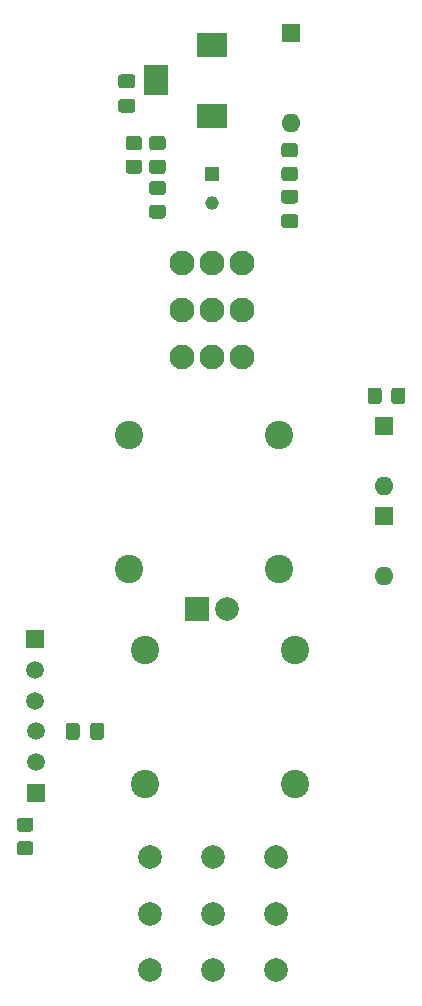
<source format=gbr>
%TF.GenerationSoftware,KiCad,Pcbnew,5.1.10*%
%TF.CreationDate,2021-09-21T18:47:02-07:00*%
%TF.ProjectId,MainBoard,4d61696e-426f-4617-9264-2e6b69636164,rev?*%
%TF.SameCoordinates,Original*%
%TF.FileFunction,Soldermask,Top*%
%TF.FilePolarity,Negative*%
%FSLAX46Y46*%
G04 Gerber Fmt 4.6, Leading zero omitted, Abs format (unit mm)*
G04 Created by KiCad (PCBNEW 5.1.10) date 2021-09-21 18:47:02*
%MOMM*%
%LPD*%
G01*
G04 APERTURE LIST*
%ADD10R,1.500000X1.500000*%
%ADD11C,1.500000*%
%ADD12O,1.600000X1.600000*%
%ADD13R,1.600000X1.600000*%
%ADD14C,2.000000*%
%ADD15C,2.100000*%
%ADD16R,2.600000X2.000000*%
%ADD17R,2.000000X2.600000*%
%ADD18C,2.400000*%
%ADD19C,1.150000*%
%ADD20R,1.150000X1.150000*%
%ADD21R,2.000000X2.000000*%
G04 APERTURE END LIST*
D10*
%TO.C,Q1*%
X85000000Y-111800000D03*
D11*
X85000000Y-117000000D03*
X85000000Y-114400000D03*
%TD*%
D10*
%TO.C,Q2*%
X85100000Y-124800000D03*
D11*
X85100000Y-119600000D03*
X85100000Y-122200000D03*
%TD*%
D12*
%TO.C,D2*%
X114600000Y-98800000D03*
D13*
X114600000Y-93720000D03*
%TD*%
D14*
%TO.C,SW1*%
X94800000Y-130226400D03*
X94800000Y-139826400D03*
X94800000Y-135026400D03*
X105400000Y-130226400D03*
X105400000Y-139826400D03*
X105400000Y-135026400D03*
X100100000Y-130225800D03*
X100100000Y-135026400D03*
X100100000Y-139827000D03*
%TD*%
D15*
%TO.C,R21*%
X102540000Y-83921600D03*
X100000000Y-83921600D03*
X97460000Y-83921600D03*
%TD*%
%TO.C,R20*%
X102540000Y-79933800D03*
X100000000Y-79933800D03*
X97460000Y-79933800D03*
%TD*%
%TO.C,R19*%
X102540000Y-87909400D03*
X100000000Y-87909400D03*
X97460000Y-87909400D03*
%TD*%
D16*
%TO.C,J3*%
X99999800Y-61465200D03*
X99999800Y-67465200D03*
D17*
X95299800Y-64465200D03*
%TD*%
D18*
%TO.C,J2*%
X105689400Y-105877600D03*
X92989400Y-105877600D03*
X105689400Y-94477600D03*
X92989400Y-94477600D03*
%TD*%
%TO.C,J1*%
X94335600Y-112689400D03*
X107035600Y-112689400D03*
X94335600Y-124089400D03*
X107035600Y-124089400D03*
%TD*%
D19*
%TO.C,C12*%
X100000000Y-74900000D03*
D20*
X100000000Y-72400000D03*
%TD*%
%TO.C,R18*%
G36*
G01*
X114400000Y-90749999D02*
X114400000Y-91650001D01*
G75*
G02*
X114150001Y-91900000I-249999J0D01*
G01*
X113449999Y-91900000D01*
G75*
G02*
X113200000Y-91650001I0J249999D01*
G01*
X113200000Y-90749999D01*
G75*
G02*
X113449999Y-90500000I249999J0D01*
G01*
X114150001Y-90500000D01*
G75*
G02*
X114400000Y-90749999I0J-249999D01*
G01*
G37*
G36*
G01*
X116400000Y-90749999D02*
X116400000Y-91650001D01*
G75*
G02*
X116150001Y-91900000I-249999J0D01*
G01*
X115449999Y-91900000D01*
G75*
G02*
X115200000Y-91650001I0J249999D01*
G01*
X115200000Y-90749999D01*
G75*
G02*
X115449999Y-90500000I249999J0D01*
G01*
X116150001Y-90500000D01*
G75*
G02*
X116400000Y-90749999I0J-249999D01*
G01*
G37*
%TD*%
%TO.C,R16*%
G36*
G01*
X94949999Y-75000000D02*
X95850001Y-75000000D01*
G75*
G02*
X96100000Y-75249999I0J-249999D01*
G01*
X96100000Y-75950001D01*
G75*
G02*
X95850001Y-76200000I-249999J0D01*
G01*
X94949999Y-76200000D01*
G75*
G02*
X94700000Y-75950001I0J249999D01*
G01*
X94700000Y-75249999D01*
G75*
G02*
X94949999Y-75000000I249999J0D01*
G01*
G37*
G36*
G01*
X94949999Y-73000000D02*
X95850001Y-73000000D01*
G75*
G02*
X96100000Y-73249999I0J-249999D01*
G01*
X96100000Y-73950001D01*
G75*
G02*
X95850001Y-74200000I-249999J0D01*
G01*
X94949999Y-74200000D01*
G75*
G02*
X94700000Y-73950001I0J249999D01*
G01*
X94700000Y-73249999D01*
G75*
G02*
X94949999Y-73000000I249999J0D01*
G01*
G37*
%TD*%
%TO.C,R12*%
G36*
G01*
X84650001Y-128100000D02*
X83749999Y-128100000D01*
G75*
G02*
X83500000Y-127850001I0J249999D01*
G01*
X83500000Y-127149999D01*
G75*
G02*
X83749999Y-126900000I249999J0D01*
G01*
X84650001Y-126900000D01*
G75*
G02*
X84900000Y-127149999I0J-249999D01*
G01*
X84900000Y-127850001D01*
G75*
G02*
X84650001Y-128100000I-249999J0D01*
G01*
G37*
G36*
G01*
X84650001Y-130100000D02*
X83749999Y-130100000D01*
G75*
G02*
X83500000Y-129850001I0J249999D01*
G01*
X83500000Y-129149999D01*
G75*
G02*
X83749999Y-128900000I249999J0D01*
G01*
X84650001Y-128900000D01*
G75*
G02*
X84900000Y-129149999I0J-249999D01*
G01*
X84900000Y-129850001D01*
G75*
G02*
X84650001Y-130100000I-249999J0D01*
G01*
G37*
%TD*%
%TO.C,R11*%
G36*
G01*
X107050001Y-71000000D02*
X106149999Y-71000000D01*
G75*
G02*
X105900000Y-70750001I0J249999D01*
G01*
X105900000Y-70049999D01*
G75*
G02*
X106149999Y-69800000I249999J0D01*
G01*
X107050001Y-69800000D01*
G75*
G02*
X107300000Y-70049999I0J-249999D01*
G01*
X107300000Y-70750001D01*
G75*
G02*
X107050001Y-71000000I-249999J0D01*
G01*
G37*
G36*
G01*
X107050001Y-73000000D02*
X106149999Y-73000000D01*
G75*
G02*
X105900000Y-72750001I0J249999D01*
G01*
X105900000Y-72049999D01*
G75*
G02*
X106149999Y-71800000I249999J0D01*
G01*
X107050001Y-71800000D01*
G75*
G02*
X107300000Y-72049999I0J-249999D01*
G01*
X107300000Y-72750001D01*
G75*
G02*
X107050001Y-73000000I-249999J0D01*
G01*
G37*
%TD*%
%TO.C,R10*%
G36*
G01*
X93850001Y-70400000D02*
X92949999Y-70400000D01*
G75*
G02*
X92700000Y-70150001I0J249999D01*
G01*
X92700000Y-69449999D01*
G75*
G02*
X92949999Y-69200000I249999J0D01*
G01*
X93850001Y-69200000D01*
G75*
G02*
X94100000Y-69449999I0J-249999D01*
G01*
X94100000Y-70150001D01*
G75*
G02*
X93850001Y-70400000I-249999J0D01*
G01*
G37*
G36*
G01*
X93850001Y-72400000D02*
X92949999Y-72400000D01*
G75*
G02*
X92700000Y-72150001I0J249999D01*
G01*
X92700000Y-71449999D01*
G75*
G02*
X92949999Y-71200000I249999J0D01*
G01*
X93850001Y-71200000D01*
G75*
G02*
X94100000Y-71449999I0J-249999D01*
G01*
X94100000Y-72150001D01*
G75*
G02*
X93850001Y-72400000I-249999J0D01*
G01*
G37*
%TD*%
%TO.C,R9*%
G36*
G01*
X94949999Y-71200000D02*
X95850001Y-71200000D01*
G75*
G02*
X96100000Y-71449999I0J-249999D01*
G01*
X96100000Y-72150001D01*
G75*
G02*
X95850001Y-72400000I-249999J0D01*
G01*
X94949999Y-72400000D01*
G75*
G02*
X94700000Y-72150001I0J249999D01*
G01*
X94700000Y-71449999D01*
G75*
G02*
X94949999Y-71200000I249999J0D01*
G01*
G37*
G36*
G01*
X94949999Y-69200000D02*
X95850001Y-69200000D01*
G75*
G02*
X96100000Y-69449999I0J-249999D01*
G01*
X96100000Y-70150001D01*
G75*
G02*
X95850001Y-70400000I-249999J0D01*
G01*
X94949999Y-70400000D01*
G75*
G02*
X94700000Y-70150001I0J249999D01*
G01*
X94700000Y-69449999D01*
G75*
G02*
X94949999Y-69200000I249999J0D01*
G01*
G37*
%TD*%
D12*
%TO.C,D5*%
X106680000Y-68122800D03*
D13*
X106680000Y-60502800D03*
%TD*%
D21*
%TO.C,D4*%
X98730000Y-109283560D03*
D14*
X101270000Y-109283560D03*
%TD*%
D12*
%TO.C,D1*%
X114600000Y-106480000D03*
D13*
X114600000Y-101400000D03*
%TD*%
%TO.C,C10*%
G36*
G01*
X89712500Y-120075000D02*
X89712500Y-119125000D01*
G75*
G02*
X89962500Y-118875000I250000J0D01*
G01*
X90637500Y-118875000D01*
G75*
G02*
X90887500Y-119125000I0J-250000D01*
G01*
X90887500Y-120075000D01*
G75*
G02*
X90637500Y-120325000I-250000J0D01*
G01*
X89962500Y-120325000D01*
G75*
G02*
X89712500Y-120075000I0J250000D01*
G01*
G37*
G36*
G01*
X87637500Y-120075000D02*
X87637500Y-119125000D01*
G75*
G02*
X87887500Y-118875000I250000J0D01*
G01*
X88562500Y-118875000D01*
G75*
G02*
X88812500Y-119125000I0J-250000D01*
G01*
X88812500Y-120075000D01*
G75*
G02*
X88562500Y-120325000I-250000J0D01*
G01*
X87887500Y-120325000D01*
G75*
G02*
X87637500Y-120075000I0J250000D01*
G01*
G37*
%TD*%
%TO.C,C9*%
G36*
G01*
X106125000Y-75812500D02*
X107075000Y-75812500D01*
G75*
G02*
X107325000Y-76062500I0J-250000D01*
G01*
X107325000Y-76737500D01*
G75*
G02*
X107075000Y-76987500I-250000J0D01*
G01*
X106125000Y-76987500D01*
G75*
G02*
X105875000Y-76737500I0J250000D01*
G01*
X105875000Y-76062500D01*
G75*
G02*
X106125000Y-75812500I250000J0D01*
G01*
G37*
G36*
G01*
X106125000Y-73737500D02*
X107075000Y-73737500D01*
G75*
G02*
X107325000Y-73987500I0J-250000D01*
G01*
X107325000Y-74662500D01*
G75*
G02*
X107075000Y-74912500I-250000J0D01*
G01*
X106125000Y-74912500D01*
G75*
G02*
X105875000Y-74662500I0J250000D01*
G01*
X105875000Y-73987500D01*
G75*
G02*
X106125000Y-73737500I250000J0D01*
G01*
G37*
%TD*%
%TO.C,C7*%
G36*
G01*
X93275000Y-65150000D02*
X92325000Y-65150000D01*
G75*
G02*
X92075000Y-64900000I0J250000D01*
G01*
X92075000Y-64225000D01*
G75*
G02*
X92325000Y-63975000I250000J0D01*
G01*
X93275000Y-63975000D01*
G75*
G02*
X93525000Y-64225000I0J-250000D01*
G01*
X93525000Y-64900000D01*
G75*
G02*
X93275000Y-65150000I-250000J0D01*
G01*
G37*
G36*
G01*
X93275000Y-67225000D02*
X92325000Y-67225000D01*
G75*
G02*
X92075000Y-66975000I0J250000D01*
G01*
X92075000Y-66300000D01*
G75*
G02*
X92325000Y-66050000I250000J0D01*
G01*
X93275000Y-66050000D01*
G75*
G02*
X93525000Y-66300000I0J-250000D01*
G01*
X93525000Y-66975000D01*
G75*
G02*
X93275000Y-67225000I-250000J0D01*
G01*
G37*
%TD*%
M02*

</source>
